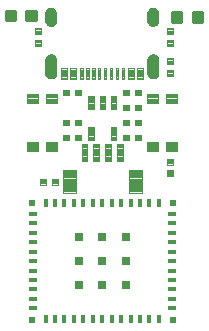
<source format=gtp>
G04 EAGLE Gerber RS-274X export*
G75*
%MOMM*%
%FSLAX34Y34*%
%LPD*%
%INSolderpaste Top*%
%IPPOS*%
%AMOC8*
5,1,8,0,0,1.08239X$1,22.5*%
G01*
%ADD10C,0.102000*%
%ADD11C,0.099000*%
%ADD12C,0.300000*%
%ADD13C,0.096000*%
%ADD14R,0.700000X0.300000*%
%ADD15R,0.300000X0.700000*%
%ADD16R,0.600000X0.600000*%
%ADD17R,0.800000X0.800000*%

G36*
X58604Y265155D02*
X58604Y265155D01*
X58607Y265151D01*
X59715Y265321D01*
X59721Y265327D01*
X59726Y265324D01*
X60768Y265736D01*
X60772Y265743D01*
X60777Y265741D01*
X61702Y266375D01*
X61704Y266383D01*
X61710Y266382D01*
X62470Y267206D01*
X62471Y267214D01*
X62477Y267214D01*
X63034Y268186D01*
X63034Y268190D01*
X63035Y268191D01*
X63033Y268193D01*
X63033Y268194D01*
X63039Y268196D01*
X63366Y269268D01*
X63365Y269273D01*
X63367Y269274D01*
X63365Y269277D01*
X63368Y269279D01*
X63449Y270396D01*
X63448Y270399D01*
X63449Y270400D01*
X63449Y282400D01*
X63444Y282407D01*
X63448Y282411D01*
X63229Y283355D01*
X63223Y283361D01*
X63225Y283366D01*
X62802Y284238D01*
X62794Y284241D01*
X62796Y284247D01*
X62189Y285003D01*
X62181Y285005D01*
X62181Y285011D01*
X61421Y285612D01*
X61412Y285612D01*
X61411Y285618D01*
X60536Y286036D01*
X60528Y286034D01*
X60526Y286039D01*
X59580Y286252D01*
X59573Y286248D01*
X59569Y286253D01*
X58600Y286249D01*
X58599Y286249D01*
X57531Y286230D01*
X57530Y286230D01*
X57524Y286226D01*
X57520Y286229D01*
X56483Y285973D01*
X56478Y285966D01*
X56472Y285969D01*
X55518Y285488D01*
X55515Y285481D01*
X55509Y285482D01*
X54686Y284801D01*
X54684Y284793D01*
X54678Y284793D01*
X54027Y283946D01*
X54027Y283938D01*
X54021Y283937D01*
X53574Y282966D01*
X53576Y282958D01*
X53571Y282956D01*
X53352Y281910D01*
X53355Y281903D01*
X53351Y281900D01*
X53351Y269900D01*
X53354Y269895D01*
X53351Y269892D01*
X53531Y268797D01*
X53537Y268791D01*
X53534Y268786D01*
X53953Y267758D01*
X53960Y267754D01*
X53958Y267749D01*
X54596Y266840D01*
X54603Y266838D01*
X54603Y266832D01*
X55426Y266088D01*
X55434Y266087D01*
X55435Y266081D01*
X56403Y265539D01*
X56412Y265540D01*
X56414Y265534D01*
X57478Y265221D01*
X57486Y265224D01*
X57489Y265219D01*
X58597Y265151D01*
X58604Y265155D01*
G37*
G36*
X145102Y265154D02*
X145102Y265154D01*
X145106Y265151D01*
X146151Y265269D01*
X146157Y265275D01*
X146162Y265271D01*
X147156Y265619D01*
X147160Y265626D01*
X147165Y265624D01*
X148057Y266184D01*
X148060Y266191D01*
X148065Y266191D01*
X148809Y266935D01*
X148811Y266943D01*
X148816Y266943D01*
X149376Y267835D01*
X149376Y267842D01*
X149377Y267843D01*
X149381Y267844D01*
X149729Y268838D01*
X149726Y268846D01*
X149731Y268849D01*
X149849Y269895D01*
X149847Y269898D01*
X149849Y269900D01*
X149849Y281900D01*
X149846Y281905D01*
X149849Y281908D01*
X149691Y282904D01*
X149685Y282910D01*
X149688Y282915D01*
X149313Y283851D01*
X149306Y283855D01*
X149308Y283861D01*
X148734Y284690D01*
X148726Y284693D01*
X148727Y284698D01*
X147983Y285379D01*
X147974Y285380D01*
X147974Y285386D01*
X147097Y285884D01*
X147089Y285883D01*
X147086Y285888D01*
X146121Y286179D01*
X146113Y286176D01*
X146110Y286181D01*
X145103Y286249D01*
X145101Y286248D01*
X145100Y286249D01*
X144019Y286240D01*
X144012Y286235D01*
X144008Y286239D01*
X142956Y285990D01*
X142951Y285983D01*
X142946Y285986D01*
X141976Y285509D01*
X141973Y285501D01*
X141967Y285503D01*
X141128Y284822D01*
X141126Y284814D01*
X141120Y284814D01*
X140454Y283964D01*
X140453Y283955D01*
X140448Y283954D01*
X139987Y282977D01*
X139989Y282969D01*
X139984Y282966D01*
X139752Y281911D01*
X139755Y281903D01*
X139751Y281900D01*
X139751Y269900D01*
X139755Y269895D01*
X139751Y269892D01*
X139944Y268786D01*
X139950Y268781D01*
X139947Y268776D01*
X140380Y267741D01*
X140387Y267737D01*
X140385Y267732D01*
X141038Y266819D01*
X141046Y266817D01*
X141045Y266811D01*
X141884Y266067D01*
X141893Y266066D01*
X141893Y266061D01*
X142877Y265522D01*
X142885Y265523D01*
X142887Y265518D01*
X143966Y265211D01*
X143974Y265214D01*
X143977Y265209D01*
X145097Y265151D01*
X145102Y265154D01*
G37*
G36*
X58604Y309656D02*
X58604Y309656D01*
X58609Y309652D01*
X59746Y309859D01*
X59752Y309865D01*
X59757Y309862D01*
X60819Y310317D01*
X60823Y310324D01*
X60829Y310322D01*
X61764Y311002D01*
X61766Y311010D01*
X61772Y311009D01*
X62532Y311880D01*
X62532Y311888D01*
X62538Y311889D01*
X63085Y312908D01*
X63084Y312916D01*
X63089Y312918D01*
X63095Y312937D01*
X63108Y312986D01*
X63122Y313036D01*
X63135Y313085D01*
X63149Y313134D01*
X63162Y313183D01*
X63163Y313183D01*
X63162Y313183D01*
X63176Y313233D01*
X63190Y313282D01*
X63203Y313331D01*
X63217Y313380D01*
X63230Y313430D01*
X63244Y313479D01*
X63257Y313528D01*
X63271Y313577D01*
X63285Y313627D01*
X63298Y313676D01*
X63312Y313725D01*
X63396Y314032D01*
X63393Y314040D01*
X63398Y314043D01*
X63449Y315198D01*
X63448Y315199D01*
X63449Y315200D01*
X63449Y321200D01*
X63445Y321206D01*
X63448Y321209D01*
X63236Y322290D01*
X63230Y322295D01*
X63233Y322300D01*
X62786Y323306D01*
X62779Y323310D01*
X62781Y323316D01*
X62121Y324197D01*
X62113Y324200D01*
X62113Y324205D01*
X61274Y324918D01*
X61266Y324918D01*
X61265Y324924D01*
X60288Y325432D01*
X60280Y325431D01*
X60278Y325436D01*
X59213Y325714D01*
X59205Y325711D01*
X59202Y325715D01*
X58102Y325749D01*
X58096Y325746D01*
X58093Y325749D01*
X57018Y325594D01*
X57012Y325588D01*
X57007Y325591D01*
X55993Y325201D01*
X55989Y325194D01*
X55983Y325196D01*
X55081Y324589D01*
X55079Y324581D01*
X55073Y324582D01*
X54329Y323790D01*
X54328Y323782D01*
X54322Y323782D01*
X53773Y322844D01*
X53774Y322836D01*
X53768Y322834D01*
X53441Y321798D01*
X53444Y321790D01*
X53439Y321787D01*
X53351Y320704D01*
X53353Y320701D01*
X53351Y320700D01*
X53351Y314700D01*
X53354Y314696D01*
X53351Y314694D01*
X53501Y313561D01*
X53507Y313555D01*
X53504Y313550D01*
X53902Y312480D01*
X53909Y312476D01*
X53907Y312470D01*
X54534Y311515D01*
X54542Y311512D01*
X54541Y311507D01*
X55364Y310715D01*
X55372Y310714D01*
X55373Y310708D01*
X56352Y310119D01*
X56360Y310120D01*
X56362Y310115D01*
X57447Y309759D01*
X57455Y309762D01*
X57458Y309757D01*
X58595Y309651D01*
X58604Y309656D01*
G37*
G36*
X145742Y309757D02*
X145742Y309757D01*
X145748Y309762D01*
X145753Y309759D01*
X146838Y310115D01*
X146843Y310122D01*
X146848Y310119D01*
X147827Y310708D01*
X147830Y310716D01*
X147836Y310715D01*
X148659Y311507D01*
X148660Y311515D01*
X148666Y311515D01*
X149293Y312470D01*
X149292Y312478D01*
X149298Y312480D01*
X149696Y313550D01*
X149694Y313558D01*
X149699Y313561D01*
X149849Y314694D01*
X149846Y314698D01*
X149849Y314700D01*
X149849Y320700D01*
X149846Y320704D01*
X149849Y320706D01*
X149699Y321839D01*
X149693Y321845D01*
X149696Y321850D01*
X149298Y322920D01*
X149291Y322924D01*
X149293Y322930D01*
X148666Y323885D01*
X148658Y323888D01*
X148659Y323893D01*
X147836Y324685D01*
X147828Y324686D01*
X147827Y324692D01*
X146848Y325281D01*
X146840Y325280D01*
X146838Y325285D01*
X145753Y325641D01*
X145745Y325639D01*
X145742Y325643D01*
X144605Y325749D01*
X144598Y325745D01*
X144594Y325749D01*
X143506Y325604D01*
X143500Y325598D01*
X143495Y325601D01*
X142467Y325218D01*
X142462Y325211D01*
X142457Y325213D01*
X141540Y324610D01*
X141537Y324602D01*
X141531Y324603D01*
X140771Y323811D01*
X140770Y323803D01*
X140764Y323802D01*
X140200Y322861D01*
X140201Y322853D01*
X140195Y322851D01*
X139854Y321808D01*
X139856Y321800D01*
X139852Y321797D01*
X139751Y320705D01*
X139753Y320702D01*
X139751Y320700D01*
X139751Y314700D01*
X139753Y314697D01*
X139751Y314696D01*
X139852Y313603D01*
X139857Y313597D01*
X139854Y313592D01*
X140195Y312549D01*
X140202Y312544D01*
X140200Y312539D01*
X140764Y311598D01*
X140772Y311595D01*
X140771Y311589D01*
X141531Y310797D01*
X141539Y310796D01*
X141540Y310790D01*
X142457Y310188D01*
X142465Y310188D01*
X142467Y310183D01*
X143495Y309799D01*
X143503Y309801D01*
X143506Y309796D01*
X144594Y309651D01*
X144601Y309655D01*
X144605Y309651D01*
X145742Y309757D01*
G37*
D10*
X93110Y274590D02*
X95090Y274590D01*
X95090Y265610D01*
X93110Y265610D01*
X93110Y274590D01*
X93110Y266579D02*
X95090Y266579D01*
X95090Y267548D02*
X93110Y267548D01*
X93110Y268517D02*
X95090Y268517D01*
X95090Y269486D02*
X93110Y269486D01*
X93110Y270455D02*
X95090Y270455D01*
X95090Y271424D02*
X93110Y271424D01*
X93110Y272393D02*
X95090Y272393D01*
X95090Y273362D02*
X93110Y273362D01*
X93110Y274331D02*
X95090Y274331D01*
X98110Y274590D02*
X100090Y274590D01*
X100090Y265610D01*
X98110Y265610D01*
X98110Y274590D01*
X98110Y266579D02*
X100090Y266579D01*
X100090Y267548D02*
X98110Y267548D01*
X98110Y268517D02*
X100090Y268517D01*
X100090Y269486D02*
X98110Y269486D01*
X98110Y270455D02*
X100090Y270455D01*
X100090Y271424D02*
X98110Y271424D01*
X98110Y272393D02*
X100090Y272393D01*
X100090Y273362D02*
X98110Y273362D01*
X98110Y274331D02*
X100090Y274331D01*
X71840Y274590D02*
X66860Y274590D01*
X71840Y274590D02*
X71840Y265610D01*
X66860Y265610D01*
X66860Y274590D01*
X66860Y266579D02*
X71840Y266579D01*
X71840Y267548D02*
X66860Y267548D01*
X66860Y268517D02*
X71840Y268517D01*
X71840Y269486D02*
X66860Y269486D01*
X66860Y270455D02*
X71840Y270455D01*
X71840Y271424D02*
X66860Y271424D01*
X66860Y272393D02*
X71840Y272393D01*
X71840Y273362D02*
X66860Y273362D01*
X66860Y274331D02*
X71840Y274331D01*
X74610Y274590D02*
X79590Y274590D01*
X79590Y265610D01*
X74610Y265610D01*
X74610Y274590D01*
X74610Y266579D02*
X79590Y266579D01*
X79590Y267548D02*
X74610Y267548D01*
X74610Y268517D02*
X79590Y268517D01*
X79590Y269486D02*
X74610Y269486D01*
X74610Y270455D02*
X79590Y270455D01*
X79590Y271424D02*
X74610Y271424D01*
X74610Y272393D02*
X79590Y272393D01*
X79590Y273362D02*
X74610Y273362D01*
X74610Y274331D02*
X79590Y274331D01*
X83110Y274590D02*
X85090Y274590D01*
X85090Y265610D01*
X83110Y265610D01*
X83110Y274590D01*
X83110Y266579D02*
X85090Y266579D01*
X85090Y267548D02*
X83110Y267548D01*
X83110Y268517D02*
X85090Y268517D01*
X85090Y269486D02*
X83110Y269486D01*
X83110Y270455D02*
X85090Y270455D01*
X85090Y271424D02*
X83110Y271424D01*
X83110Y272393D02*
X85090Y272393D01*
X85090Y273362D02*
X83110Y273362D01*
X83110Y274331D02*
X85090Y274331D01*
X88110Y274590D02*
X90090Y274590D01*
X90090Y265610D01*
X88110Y265610D01*
X88110Y274590D01*
X88110Y266579D02*
X90090Y266579D01*
X90090Y267548D02*
X88110Y267548D01*
X88110Y268517D02*
X90090Y268517D01*
X90090Y269486D02*
X88110Y269486D01*
X88110Y270455D02*
X90090Y270455D01*
X90090Y271424D02*
X88110Y271424D01*
X88110Y272393D02*
X90090Y272393D01*
X90090Y273362D02*
X88110Y273362D01*
X88110Y274331D02*
X90090Y274331D01*
X108110Y265610D02*
X110090Y265610D01*
X108110Y265610D02*
X108110Y274590D01*
X110090Y274590D01*
X110090Y265610D01*
X110090Y266579D02*
X108110Y266579D01*
X108110Y267548D02*
X110090Y267548D01*
X110090Y268517D02*
X108110Y268517D01*
X108110Y269486D02*
X110090Y269486D01*
X110090Y270455D02*
X108110Y270455D01*
X108110Y271424D02*
X110090Y271424D01*
X110090Y272393D02*
X108110Y272393D01*
X108110Y273362D02*
X110090Y273362D01*
X110090Y274331D02*
X108110Y274331D01*
X105090Y265610D02*
X103110Y265610D01*
X103110Y274590D01*
X105090Y274590D01*
X105090Y265610D01*
X105090Y266579D02*
X103110Y266579D01*
X103110Y267548D02*
X105090Y267548D01*
X105090Y268517D02*
X103110Y268517D01*
X103110Y269486D02*
X105090Y269486D01*
X105090Y270455D02*
X103110Y270455D01*
X103110Y271424D02*
X105090Y271424D01*
X105090Y272393D02*
X103110Y272393D01*
X103110Y273362D02*
X105090Y273362D01*
X105090Y274331D02*
X103110Y274331D01*
X131360Y265610D02*
X136340Y265610D01*
X131360Y265610D02*
X131360Y274590D01*
X136340Y274590D01*
X136340Y265610D01*
X136340Y266579D02*
X131360Y266579D01*
X131360Y267548D02*
X136340Y267548D01*
X136340Y268517D02*
X131360Y268517D01*
X131360Y269486D02*
X136340Y269486D01*
X136340Y270455D02*
X131360Y270455D01*
X131360Y271424D02*
X136340Y271424D01*
X136340Y272393D02*
X131360Y272393D01*
X131360Y273362D02*
X136340Y273362D01*
X136340Y274331D02*
X131360Y274331D01*
X128590Y265610D02*
X123610Y265610D01*
X123610Y274590D01*
X128590Y274590D01*
X128590Y265610D01*
X128590Y266579D02*
X123610Y266579D01*
X123610Y267548D02*
X128590Y267548D01*
X128590Y268517D02*
X123610Y268517D01*
X123610Y269486D02*
X128590Y269486D01*
X128590Y270455D02*
X123610Y270455D01*
X123610Y271424D02*
X128590Y271424D01*
X128590Y272393D02*
X123610Y272393D01*
X123610Y273362D02*
X128590Y273362D01*
X128590Y274331D02*
X123610Y274331D01*
X120090Y265610D02*
X118110Y265610D01*
X118110Y274590D01*
X120090Y274590D01*
X120090Y265610D01*
X120090Y266579D02*
X118110Y266579D01*
X118110Y267548D02*
X120090Y267548D01*
X120090Y268517D02*
X118110Y268517D01*
X118110Y269486D02*
X120090Y269486D01*
X120090Y270455D02*
X118110Y270455D01*
X118110Y271424D02*
X120090Y271424D01*
X120090Y272393D02*
X118110Y272393D01*
X118110Y273362D02*
X120090Y273362D01*
X120090Y274331D02*
X118110Y274331D01*
X115090Y265610D02*
X113110Y265610D01*
X113110Y274590D01*
X115090Y274590D01*
X115090Y265610D01*
X115090Y266579D02*
X113110Y266579D01*
X113110Y267548D02*
X115090Y267548D01*
X115090Y268517D02*
X113110Y268517D01*
X113110Y269486D02*
X115090Y269486D01*
X115090Y270455D02*
X113110Y270455D01*
X113110Y271424D02*
X115090Y271424D01*
X115090Y272393D02*
X113110Y272393D01*
X113110Y273362D02*
X115090Y273362D01*
X115090Y274331D02*
X113110Y274331D01*
D11*
X113355Y250916D02*
X108845Y250916D01*
X113355Y250916D02*
X113355Y239906D01*
X108845Y239906D01*
X108845Y250916D01*
X108845Y240846D02*
X113355Y240846D01*
X113355Y241786D02*
X108845Y241786D01*
X108845Y242726D02*
X113355Y242726D01*
X113355Y243666D02*
X108845Y243666D01*
X108845Y244606D02*
X113355Y244606D01*
X113355Y245546D02*
X108845Y245546D01*
X108845Y246486D02*
X113355Y246486D01*
X113355Y247426D02*
X108845Y247426D01*
X108845Y248366D02*
X113355Y248366D01*
X113355Y249306D02*
X108845Y249306D01*
X108845Y250246D02*
X113355Y250246D01*
X103855Y250916D02*
X99345Y250916D01*
X103855Y250916D02*
X103855Y239906D01*
X99345Y239906D01*
X99345Y250916D01*
X99345Y240846D02*
X103855Y240846D01*
X103855Y241786D02*
X99345Y241786D01*
X99345Y242726D02*
X103855Y242726D01*
X103855Y243666D02*
X99345Y243666D01*
X99345Y244606D02*
X103855Y244606D01*
X103855Y245546D02*
X99345Y245546D01*
X99345Y246486D02*
X103855Y246486D01*
X103855Y247426D02*
X99345Y247426D01*
X99345Y248366D02*
X103855Y248366D01*
X103855Y249306D02*
X99345Y249306D01*
X99345Y250246D02*
X103855Y250246D01*
X94355Y250916D02*
X89845Y250916D01*
X94355Y250916D02*
X94355Y239906D01*
X89845Y239906D01*
X89845Y250916D01*
X89845Y240846D02*
X94355Y240846D01*
X94355Y241786D02*
X89845Y241786D01*
X89845Y242726D02*
X94355Y242726D01*
X94355Y243666D02*
X89845Y243666D01*
X89845Y244606D02*
X94355Y244606D01*
X94355Y245546D02*
X89845Y245546D01*
X89845Y246486D02*
X94355Y246486D01*
X94355Y247426D02*
X89845Y247426D01*
X89845Y248366D02*
X94355Y248366D01*
X94355Y249306D02*
X89845Y249306D01*
X89845Y250246D02*
X94355Y250246D01*
X94355Y224914D02*
X89845Y224914D01*
X94355Y224914D02*
X94355Y213904D01*
X89845Y213904D01*
X89845Y224914D01*
X89845Y214844D02*
X94355Y214844D01*
X94355Y215784D02*
X89845Y215784D01*
X89845Y216724D02*
X94355Y216724D01*
X94355Y217664D02*
X89845Y217664D01*
X89845Y218604D02*
X94355Y218604D01*
X94355Y219544D02*
X89845Y219544D01*
X89845Y220484D02*
X94355Y220484D01*
X94355Y221424D02*
X89845Y221424D01*
X89845Y222364D02*
X94355Y222364D01*
X94355Y223304D02*
X89845Y223304D01*
X89845Y224244D02*
X94355Y224244D01*
X108845Y224914D02*
X113355Y224914D01*
X113355Y213904D01*
X108845Y213904D01*
X108845Y224914D01*
X108845Y214844D02*
X113355Y214844D01*
X113355Y215784D02*
X108845Y215784D01*
X108845Y216724D02*
X113355Y216724D01*
X113355Y217664D02*
X108845Y217664D01*
X108845Y218604D02*
X113355Y218604D01*
X113355Y219544D02*
X108845Y219544D01*
X108845Y220484D02*
X113355Y220484D01*
X113355Y221424D02*
X108845Y221424D01*
X108845Y222364D02*
X113355Y222364D01*
X113355Y223304D02*
X108845Y223304D01*
X108845Y224244D02*
X113355Y224244D01*
D12*
X38290Y315270D02*
X38290Y322270D01*
X45290Y322270D01*
X45290Y315270D01*
X38290Y315270D01*
X38290Y318120D02*
X45290Y318120D01*
X45290Y320970D02*
X38290Y320970D01*
X20750Y322270D02*
X20750Y315270D01*
X20750Y322270D02*
X27750Y322270D01*
X27750Y315270D01*
X20750Y315270D01*
X20750Y318120D02*
X27750Y318120D01*
X27750Y320970D02*
X20750Y320970D01*
D10*
X49480Y298480D02*
X49480Y293500D01*
X44500Y293500D01*
X44500Y298480D01*
X49480Y298480D01*
X49480Y294469D02*
X44500Y294469D01*
X44500Y295438D02*
X49480Y295438D01*
X49480Y296407D02*
X44500Y296407D01*
X44500Y297376D02*
X49480Y297376D01*
X49480Y298345D02*
X44500Y298345D01*
X49480Y303500D02*
X49480Y308480D01*
X49480Y303500D02*
X44500Y303500D01*
X44500Y308480D01*
X49480Y308480D01*
X49480Y304469D02*
X44500Y304469D01*
X44500Y305438D02*
X49480Y305438D01*
X49480Y306407D02*
X44500Y306407D01*
X44500Y307376D02*
X49480Y307376D01*
X49480Y308345D02*
X44500Y308345D01*
X78710Y218390D02*
X83690Y218390D01*
X83690Y213410D01*
X78710Y213410D01*
X78710Y218390D01*
X78710Y214379D02*
X83690Y214379D01*
X83690Y215348D02*
X78710Y215348D01*
X78710Y216317D02*
X83690Y216317D01*
X83690Y217286D02*
X78710Y217286D01*
X78710Y218255D02*
X83690Y218255D01*
X73690Y218390D02*
X68710Y218390D01*
X73690Y218390D02*
X73690Y213410D01*
X68710Y213410D01*
X68710Y218390D01*
X68710Y214379D02*
X73690Y214379D01*
X73690Y215348D02*
X68710Y215348D01*
X68710Y216317D02*
X73690Y216317D01*
X73690Y217286D02*
X68710Y217286D01*
X68710Y218255D02*
X73690Y218255D01*
X73690Y226110D02*
X68710Y226110D01*
X68710Y231090D01*
X73690Y231090D01*
X73690Y226110D01*
X73690Y227079D02*
X68710Y227079D01*
X68710Y228048D02*
X73690Y228048D01*
X73690Y229017D02*
X68710Y229017D01*
X68710Y229986D02*
X73690Y229986D01*
X73690Y230955D02*
X68710Y230955D01*
X78710Y226110D02*
X83690Y226110D01*
X78710Y226110D02*
X78710Y231090D01*
X83690Y231090D01*
X83690Y226110D01*
X83690Y227079D02*
X78710Y227079D01*
X78710Y228048D02*
X83690Y228048D01*
X83690Y229017D02*
X78710Y229017D01*
X78710Y229986D02*
X83690Y229986D01*
X83690Y230955D02*
X78710Y230955D01*
X73690Y251510D02*
X68710Y251510D01*
X68710Y256490D01*
X73690Y256490D01*
X73690Y251510D01*
X73690Y252479D02*
X68710Y252479D01*
X68710Y253448D02*
X73690Y253448D01*
X73690Y254417D02*
X68710Y254417D01*
X68710Y255386D02*
X73690Y255386D01*
X73690Y256355D02*
X68710Y256355D01*
X78710Y251510D02*
X83690Y251510D01*
X78710Y251510D02*
X78710Y256490D01*
X83690Y256490D01*
X83690Y251510D01*
X83690Y252479D02*
X78710Y252479D01*
X78710Y253448D02*
X83690Y253448D01*
X83690Y254417D02*
X78710Y254417D01*
X78710Y255386D02*
X83690Y255386D01*
X83690Y256355D02*
X78710Y256355D01*
X129510Y256490D02*
X134490Y256490D01*
X134490Y251510D01*
X129510Y251510D01*
X129510Y256490D01*
X129510Y252479D02*
X134490Y252479D01*
X134490Y253448D02*
X129510Y253448D01*
X129510Y254417D02*
X134490Y254417D01*
X134490Y255386D02*
X129510Y255386D01*
X129510Y256355D02*
X134490Y256355D01*
X124490Y256490D02*
X119510Y256490D01*
X124490Y256490D02*
X124490Y251510D01*
X119510Y251510D01*
X119510Y256490D01*
X119510Y252479D02*
X124490Y252479D01*
X124490Y253448D02*
X119510Y253448D01*
X119510Y254417D02*
X124490Y254417D01*
X124490Y255386D02*
X119510Y255386D01*
X119510Y256355D02*
X124490Y256355D01*
X124490Y238810D02*
X119510Y238810D01*
X119510Y243790D01*
X124490Y243790D01*
X124490Y238810D01*
X124490Y239779D02*
X119510Y239779D01*
X119510Y240748D02*
X124490Y240748D01*
X124490Y241717D02*
X119510Y241717D01*
X119510Y242686D02*
X124490Y242686D01*
X124490Y243655D02*
X119510Y243655D01*
X129510Y238810D02*
X134490Y238810D01*
X129510Y238810D02*
X129510Y243790D01*
X134490Y243790D01*
X134490Y238810D01*
X134490Y239779D02*
X129510Y239779D01*
X129510Y240748D02*
X134490Y240748D01*
X134490Y241717D02*
X129510Y241717D01*
X129510Y242686D02*
X134490Y242686D01*
X134490Y243655D02*
X129510Y243655D01*
X124490Y226110D02*
X119510Y226110D01*
X119510Y231090D01*
X124490Y231090D01*
X124490Y226110D01*
X124490Y227079D02*
X119510Y227079D01*
X119510Y228048D02*
X124490Y228048D01*
X124490Y229017D02*
X119510Y229017D01*
X119510Y229986D02*
X124490Y229986D01*
X124490Y230955D02*
X119510Y230955D01*
X129510Y226110D02*
X134490Y226110D01*
X129510Y226110D02*
X129510Y231090D01*
X134490Y231090D01*
X134490Y226110D01*
X134490Y227079D02*
X129510Y227079D01*
X129510Y228048D02*
X134490Y228048D01*
X134490Y229017D02*
X129510Y229017D01*
X129510Y229986D02*
X134490Y229986D01*
X134490Y230955D02*
X129510Y230955D01*
D11*
X148905Y245095D02*
X148905Y253105D01*
X148905Y245095D02*
X139895Y245095D01*
X139895Y253105D01*
X148905Y253105D01*
X148905Y246035D02*
X139895Y246035D01*
X139895Y246975D02*
X148905Y246975D01*
X148905Y247915D02*
X139895Y247915D01*
X139895Y248855D02*
X148905Y248855D01*
X148905Y249795D02*
X139895Y249795D01*
X139895Y250735D02*
X148905Y250735D01*
X148905Y251675D02*
X139895Y251675D01*
X139895Y252615D02*
X148905Y252615D01*
X164905Y253105D02*
X164905Y245095D01*
X155895Y245095D01*
X155895Y253105D01*
X164905Y253105D01*
X164905Y246035D02*
X155895Y246035D01*
X155895Y246975D02*
X164905Y246975D01*
X164905Y247915D02*
X155895Y247915D01*
X155895Y248855D02*
X164905Y248855D01*
X164905Y249795D02*
X155895Y249795D01*
X155895Y250735D02*
X164905Y250735D01*
X164905Y251675D02*
X155895Y251675D01*
X155895Y252615D02*
X164905Y252615D01*
X164905Y212105D02*
X164905Y204095D01*
X155895Y204095D01*
X155895Y212105D01*
X164905Y212105D01*
X164905Y205035D02*
X155895Y205035D01*
X155895Y205975D02*
X164905Y205975D01*
X164905Y206915D02*
X155895Y206915D01*
X155895Y207855D02*
X164905Y207855D01*
X164905Y208795D02*
X155895Y208795D01*
X155895Y209735D02*
X164905Y209735D01*
X164905Y210675D02*
X155895Y210675D01*
X155895Y211615D02*
X164905Y211615D01*
X148905Y212105D02*
X148905Y204095D01*
X139895Y204095D01*
X139895Y212105D01*
X148905Y212105D01*
X148905Y205035D02*
X139895Y205035D01*
X139895Y205975D02*
X148905Y205975D01*
X148905Y206915D02*
X139895Y206915D01*
X139895Y207855D02*
X148905Y207855D01*
X148905Y208795D02*
X139895Y208795D01*
X139895Y209735D02*
X148905Y209735D01*
X148905Y210675D02*
X139895Y210675D01*
X139895Y211615D02*
X148905Y211615D01*
X54295Y212105D02*
X54295Y204095D01*
X54295Y212105D02*
X63305Y212105D01*
X63305Y204095D01*
X54295Y204095D01*
X54295Y205035D02*
X63305Y205035D01*
X63305Y205975D02*
X54295Y205975D01*
X54295Y206915D02*
X63305Y206915D01*
X63305Y207855D02*
X54295Y207855D01*
X54295Y208795D02*
X63305Y208795D01*
X63305Y209735D02*
X54295Y209735D01*
X54295Y210675D02*
X63305Y210675D01*
X63305Y211615D02*
X54295Y211615D01*
X38295Y212105D02*
X38295Y204095D01*
X38295Y212105D02*
X47305Y212105D01*
X47305Y204095D01*
X38295Y204095D01*
X38295Y205035D02*
X47305Y205035D01*
X47305Y205975D02*
X38295Y205975D01*
X38295Y206915D02*
X47305Y206915D01*
X47305Y207855D02*
X38295Y207855D01*
X38295Y208795D02*
X47305Y208795D01*
X47305Y209735D02*
X38295Y209735D01*
X38295Y210675D02*
X47305Y210675D01*
X47305Y211615D02*
X38295Y211615D01*
X38295Y245095D02*
X38295Y253105D01*
X47305Y253105D01*
X47305Y245095D01*
X38295Y245095D01*
X38295Y246035D02*
X47305Y246035D01*
X47305Y246975D02*
X38295Y246975D01*
X38295Y247915D02*
X47305Y247915D01*
X47305Y248855D02*
X38295Y248855D01*
X38295Y249795D02*
X47305Y249795D01*
X47305Y250735D02*
X38295Y250735D01*
X38295Y251675D02*
X47305Y251675D01*
X47305Y252615D02*
X38295Y252615D01*
X54295Y253105D02*
X54295Y245095D01*
X54295Y253105D02*
X63305Y253105D01*
X63305Y245095D01*
X54295Y245095D01*
X54295Y246035D02*
X63305Y246035D01*
X63305Y246975D02*
X54295Y246975D01*
X54295Y247915D02*
X63305Y247915D01*
X63305Y248855D02*
X54295Y248855D01*
X54295Y249795D02*
X63305Y249795D01*
X63305Y250735D02*
X54295Y250735D01*
X54295Y251675D02*
X63305Y251675D01*
X63305Y252615D02*
X54295Y252615D01*
D10*
X129510Y218390D02*
X134490Y218390D01*
X134490Y213410D01*
X129510Y213410D01*
X129510Y218390D01*
X129510Y214379D02*
X134490Y214379D01*
X134490Y215348D02*
X129510Y215348D01*
X129510Y216317D02*
X134490Y216317D01*
X134490Y217286D02*
X129510Y217286D01*
X129510Y218255D02*
X134490Y218255D01*
X124490Y218390D02*
X119510Y218390D01*
X124490Y218390D02*
X124490Y213410D01*
X119510Y213410D01*
X119510Y218390D01*
X119510Y214379D02*
X124490Y214379D01*
X124490Y215348D02*
X119510Y215348D01*
X119510Y216317D02*
X124490Y216317D01*
X124490Y217286D02*
X119510Y217286D01*
X119510Y218255D02*
X124490Y218255D01*
X161240Y268100D02*
X161240Y273080D01*
X161240Y268100D02*
X156260Y268100D01*
X156260Y273080D01*
X161240Y273080D01*
X161240Y269069D02*
X156260Y269069D01*
X156260Y270038D02*
X161240Y270038D01*
X161240Y271007D02*
X156260Y271007D01*
X156260Y271976D02*
X161240Y271976D01*
X161240Y272945D02*
X156260Y272945D01*
X161240Y278100D02*
X161240Y283080D01*
X161240Y278100D02*
X156260Y278100D01*
X156260Y283080D01*
X161240Y283080D01*
X161240Y279069D02*
X156260Y279069D01*
X156260Y280038D02*
X161240Y280038D01*
X161240Y281007D02*
X156260Y281007D01*
X156260Y281976D02*
X161240Y281976D01*
X161240Y282945D02*
X156260Y282945D01*
D12*
X168600Y314000D02*
X168600Y321000D01*
X168600Y314000D02*
X161600Y314000D01*
X161600Y321000D01*
X168600Y321000D01*
X168600Y316850D02*
X161600Y316850D01*
X161600Y319700D02*
X168600Y319700D01*
X186140Y321000D02*
X186140Y314000D01*
X179140Y314000D01*
X179140Y321000D01*
X186140Y321000D01*
X186140Y316850D02*
X179140Y316850D01*
X179140Y319700D02*
X186140Y319700D01*
D10*
X161240Y298480D02*
X161240Y293500D01*
X156260Y293500D01*
X156260Y298480D01*
X161240Y298480D01*
X161240Y294469D02*
X156260Y294469D01*
X156260Y295438D02*
X161240Y295438D01*
X161240Y296407D02*
X156260Y296407D01*
X156260Y297376D02*
X161240Y297376D01*
X161240Y298345D02*
X156260Y298345D01*
X161240Y303500D02*
X161240Y308480D01*
X161240Y303500D02*
X156260Y303500D01*
X156260Y308480D01*
X161240Y308480D01*
X161240Y304469D02*
X156260Y304469D01*
X156260Y305438D02*
X161240Y305438D01*
X161240Y306407D02*
X156260Y306407D01*
X156260Y307376D02*
X161240Y307376D01*
X161240Y308345D02*
X156260Y308345D01*
X64132Y181052D02*
X59152Y181052D01*
X64132Y181052D02*
X64132Y176072D01*
X59152Y176072D01*
X59152Y181052D01*
X59152Y177041D02*
X64132Y177041D01*
X64132Y178010D02*
X59152Y178010D01*
X59152Y178979D02*
X64132Y178979D01*
X64132Y179948D02*
X59152Y179948D01*
X59152Y180917D02*
X64132Y180917D01*
X54132Y181052D02*
X49152Y181052D01*
X54132Y181052D02*
X54132Y176072D01*
X49152Y176072D01*
X49152Y181052D01*
X49152Y177041D02*
X54132Y177041D01*
X54132Y178010D02*
X49152Y178010D01*
X49152Y178979D02*
X54132Y178979D01*
X54132Y179948D02*
X49152Y179948D01*
X49152Y180917D02*
X54132Y180917D01*
X161240Y183010D02*
X161240Y187990D01*
X161240Y183010D02*
X156260Y183010D01*
X156260Y187990D01*
X161240Y187990D01*
X161240Y183979D02*
X156260Y183979D01*
X156260Y184948D02*
X161240Y184948D01*
X161240Y185917D02*
X156260Y185917D01*
X156260Y186886D02*
X161240Y186886D01*
X161240Y187855D02*
X156260Y187855D01*
X161240Y193010D02*
X161240Y197990D01*
X161240Y193010D02*
X156260Y193010D01*
X156260Y197990D01*
X161240Y197990D01*
X161240Y193979D02*
X156260Y193979D01*
X156260Y194948D02*
X161240Y194948D01*
X161240Y195917D02*
X156260Y195917D01*
X156260Y196886D02*
X161240Y196886D01*
X161240Y197855D02*
X156260Y197855D01*
X119090Y210310D02*
X114110Y210310D01*
X119090Y210310D02*
X119090Y195830D01*
X114110Y195830D01*
X114110Y210310D01*
X114110Y196799D02*
X119090Y196799D01*
X119090Y197768D02*
X114110Y197768D01*
X114110Y198737D02*
X119090Y198737D01*
X119090Y199706D02*
X114110Y199706D01*
X114110Y200675D02*
X119090Y200675D01*
X119090Y201644D02*
X114110Y201644D01*
X114110Y202613D02*
X119090Y202613D01*
X119090Y203582D02*
X114110Y203582D01*
X114110Y204551D02*
X119090Y204551D01*
X119090Y205520D02*
X114110Y205520D01*
X114110Y206489D02*
X119090Y206489D01*
X119090Y207458D02*
X114110Y207458D01*
X114110Y208427D02*
X119090Y208427D01*
X119090Y209396D02*
X114110Y209396D01*
X109090Y210310D02*
X104110Y210310D01*
X109090Y210310D02*
X109090Y195830D01*
X104110Y195830D01*
X104110Y210310D01*
X104110Y196799D02*
X109090Y196799D01*
X109090Y197768D02*
X104110Y197768D01*
X104110Y198737D02*
X109090Y198737D01*
X109090Y199706D02*
X104110Y199706D01*
X104110Y200675D02*
X109090Y200675D01*
X109090Y201644D02*
X104110Y201644D01*
X104110Y202613D02*
X109090Y202613D01*
X109090Y203582D02*
X104110Y203582D01*
X104110Y204551D02*
X109090Y204551D01*
X109090Y205520D02*
X104110Y205520D01*
X104110Y206489D02*
X109090Y206489D01*
X109090Y207458D02*
X104110Y207458D01*
X104110Y208427D02*
X109090Y208427D01*
X109090Y209396D02*
X104110Y209396D01*
X99090Y210310D02*
X94110Y210310D01*
X99090Y210310D02*
X99090Y195830D01*
X94110Y195830D01*
X94110Y210310D01*
X94110Y196799D02*
X99090Y196799D01*
X99090Y197768D02*
X94110Y197768D01*
X94110Y198737D02*
X99090Y198737D01*
X99090Y199706D02*
X94110Y199706D01*
X94110Y200675D02*
X99090Y200675D01*
X99090Y201644D02*
X94110Y201644D01*
X94110Y202613D02*
X99090Y202613D01*
X99090Y203582D02*
X94110Y203582D01*
X94110Y204551D02*
X99090Y204551D01*
X99090Y205520D02*
X94110Y205520D01*
X94110Y206489D02*
X99090Y206489D01*
X99090Y207458D02*
X94110Y207458D01*
X94110Y208427D02*
X99090Y208427D01*
X99090Y209396D02*
X94110Y209396D01*
X89090Y210310D02*
X84110Y210310D01*
X89090Y210310D02*
X89090Y195830D01*
X84110Y195830D01*
X84110Y210310D01*
X84110Y196799D02*
X89090Y196799D01*
X89090Y197768D02*
X84110Y197768D01*
X84110Y198737D02*
X89090Y198737D01*
X89090Y199706D02*
X84110Y199706D01*
X84110Y200675D02*
X89090Y200675D01*
X89090Y201644D02*
X84110Y201644D01*
X84110Y202613D02*
X89090Y202613D01*
X89090Y203582D02*
X84110Y203582D01*
X84110Y204551D02*
X89090Y204551D01*
X89090Y205520D02*
X84110Y205520D01*
X84110Y206489D02*
X89090Y206489D01*
X89090Y207458D02*
X84110Y207458D01*
X84110Y208427D02*
X89090Y208427D01*
X89090Y209396D02*
X84110Y209396D01*
D13*
X124080Y188340D02*
X135120Y188340D01*
X135120Y169300D01*
X124080Y169300D01*
X124080Y188340D01*
X124080Y170212D02*
X135120Y170212D01*
X135120Y171124D02*
X124080Y171124D01*
X124080Y172036D02*
X135120Y172036D01*
X135120Y172948D02*
X124080Y172948D01*
X124080Y173860D02*
X135120Y173860D01*
X135120Y174772D02*
X124080Y174772D01*
X124080Y175684D02*
X135120Y175684D01*
X135120Y176596D02*
X124080Y176596D01*
X124080Y177508D02*
X135120Y177508D01*
X135120Y178420D02*
X124080Y178420D01*
X124080Y179332D02*
X135120Y179332D01*
X135120Y180244D02*
X124080Y180244D01*
X124080Y181156D02*
X135120Y181156D01*
X135120Y182068D02*
X124080Y182068D01*
X124080Y182980D02*
X135120Y182980D01*
X135120Y183892D02*
X124080Y183892D01*
X124080Y184804D02*
X135120Y184804D01*
X135120Y185716D02*
X124080Y185716D01*
X124080Y186628D02*
X135120Y186628D01*
X135120Y187540D02*
X124080Y187540D01*
X79120Y188340D02*
X68080Y188340D01*
X79120Y188340D02*
X79120Y169300D01*
X68080Y169300D01*
X68080Y188340D01*
X68080Y170212D02*
X79120Y170212D01*
X79120Y171124D02*
X68080Y171124D01*
X68080Y172036D02*
X79120Y172036D01*
X79120Y172948D02*
X68080Y172948D01*
X68080Y173860D02*
X79120Y173860D01*
X79120Y174772D02*
X68080Y174772D01*
X68080Y175684D02*
X79120Y175684D01*
X79120Y176596D02*
X68080Y176596D01*
X68080Y177508D02*
X79120Y177508D01*
X79120Y178420D02*
X68080Y178420D01*
X68080Y179332D02*
X79120Y179332D01*
X79120Y180244D02*
X68080Y180244D01*
X68080Y181156D02*
X79120Y181156D01*
X79120Y182068D02*
X68080Y182068D01*
X68080Y182980D02*
X79120Y182980D01*
X79120Y183892D02*
X68080Y183892D01*
X68080Y184804D02*
X79120Y184804D01*
X79120Y185716D02*
X68080Y185716D01*
X68080Y186628D02*
X79120Y186628D01*
X79120Y187540D02*
X68080Y187540D01*
D14*
X160600Y71252D03*
X160600Y79252D03*
X160600Y87252D03*
X160600Y95252D03*
X160600Y103252D03*
X160600Y111252D03*
X160600Y119252D03*
X160600Y127252D03*
X160600Y135252D03*
X160600Y143252D03*
X160600Y151252D03*
X42600Y151252D03*
X42600Y143252D03*
X42600Y135252D03*
X42600Y127252D03*
X42600Y119252D03*
X42600Y111252D03*
X42600Y103252D03*
X42600Y95252D03*
X42600Y87252D03*
X42600Y79252D03*
X42600Y71252D03*
D15*
X69600Y160252D03*
X77600Y160252D03*
X85600Y160252D03*
X93600Y160252D03*
X101600Y160252D03*
X109600Y160252D03*
X117600Y160252D03*
X125600Y160252D03*
X133600Y160252D03*
X141600Y160252D03*
X149600Y160252D03*
X61600Y160252D03*
X53600Y160252D03*
X133600Y62252D03*
X125600Y62252D03*
X117600Y62252D03*
X109600Y62252D03*
X101600Y62252D03*
X93600Y62252D03*
X85600Y62252D03*
X77600Y62252D03*
X69600Y62252D03*
X61600Y62252D03*
X53600Y62252D03*
X141600Y62252D03*
X149600Y62252D03*
D16*
X42100Y61752D03*
X161100Y61752D03*
X42100Y160752D03*
X161100Y160752D03*
D17*
X121600Y91252D03*
X121600Y111252D03*
X121600Y131252D03*
X101600Y131252D03*
X81600Y131252D03*
X81600Y111252D03*
X81600Y91252D03*
X101600Y91252D03*
X101600Y111252D03*
M02*

</source>
